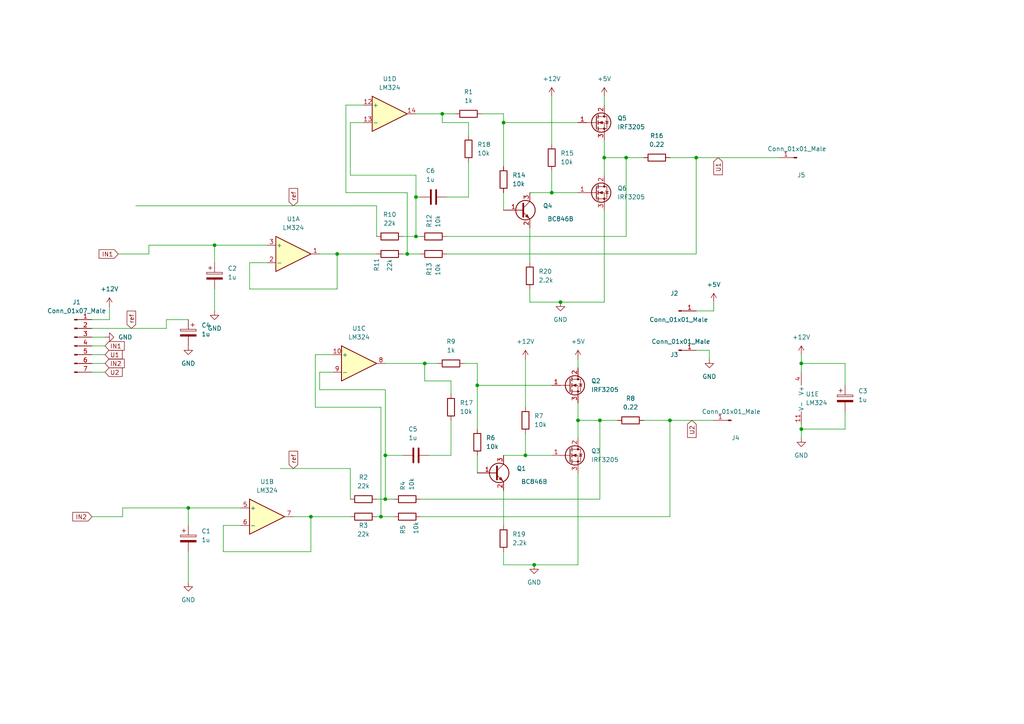
<source format=kicad_sch>
(kicad_sch (version 20211123) (generator eeschema)
  (paper "A4")
  (lib_symbols
    (symbol "Amplifier_Operational:LM324" (pin_names (offset 0.127))
      (property "Reference" "U" (at 0 5.08 0))
      (property "Value" "LM324" (at 0 -5.08 0))
      (symbol "LM324_1_1"
        (polyline (pts (xy -5.08 5.08) (xy 5.08 0) (xy -5.08 -5.08) (xy -5.08 5.08)) (stroke (width 0.254)) (fill (type background)))
        (pin output line (at 7.62 0 180) (length 2.54) (name "~") (number "1"))
        (pin input line (at -7.62 -2.54 0) (length 2.54) (name "-") (number "2"))
        (pin input line (at -7.62 2.54 0) (length 2.54) (name "+") (number "3"))
      )
      (symbol "LM324_2_1"
        (polyline (pts (xy -5.08 5.08) (xy 5.08 0) (xy -5.08 -5.08) (xy -5.08 5.08)) (stroke (width 0.254)) (fill (type background)))
        (pin input line (at -7.62 2.54 0) (length 2.54) (name "+") (number "5"))
        (pin input line (at -7.62 -2.54 0) (length 2.54) (name "-") (number "6"))
        (pin output line (at 7.62 0 180) (length 2.54) (name "~") (number "7"))
      )
      (symbol "LM324_3_1"
        (polyline (pts (xy -5.08 5.08) (xy 5.08 0) (xy -5.08 -5.08) (xy -5.08 5.08)) (stroke (width 0.254)) (fill (type background)))
        (pin input line (at -7.62 2.54 0) (length 2.54) (name "+") (number "10"))
        (pin output line (at 7.62 0 180) (length 2.54) (name "~") (number "8"))
        (pin input line (at -7.62 -2.54 0) (length 2.54) (name "-") (number "9"))
      )
      (symbol "LM324_4_1"
        (polyline (pts (xy -5.08 5.08) (xy 5.08 0) (xy -5.08 -5.08) (xy -5.08 5.08)) (stroke (width 0.254)) (fill (type background)))
        (pin input line (at -7.62 2.54 0) (length 2.54) (name "+") (number "12"))
        (pin input line (at -7.62 -2.54 0) (length 2.54) (name "-") (number "13"))
        (pin output line (at 7.62 0 180) (length 2.54) (name "~") (number "14"))
      )
      (symbol "LM324_5_1"
        (pin power_in line (at -2.54 -7.62 90) (length 3.81) (name "V-") (number "11"))
        (pin power_in line (at -2.54 7.62 270) (length 3.81) (name "V+") (number "4"))
      )
    )
    (symbol "Connector:Conn_01x01_Male" (pin_names (offset 1.016) hide)
      (property "Reference" "J" (at 0 2.54 0))
      (property "Value" "Conn_01x01_Male" (at 0 -2.54 0))
      (symbol "Conn_01x01_Male_1_1"
        (polyline (pts (xy 1.27 0) (xy 0.8636 0)) (stroke (width 0.1524)))
        (rectangle (start 0.8636 0.127) (end 0 -0.127) (stroke (width 0.1524)) (fill (type outline)))
        (pin passive line (at 5.08 0 180) (length 3.81) (name "Pin_1") (number "1"))
      )
    )
    (symbol "Connector:Conn_01x07_Male" (pin_names (offset 1.016) hide)
      (property "Reference" "J" (at 0 10.16 0))
      (property "Value" "Conn_01x07_Male" (at 0 -10.16 0))
      (symbol "Conn_01x07_Male_1_1"
        (polyline (pts (xy 1.27 -7.62) (xy 0.8636 -7.62)) (stroke (width 0.1524)))
        (polyline (pts (xy 1.27 -5.08) (xy 0.8636 -5.08)) (stroke (width 0.1524)))
        (polyline (pts (xy 1.27 -2.54) (xy 0.8636 -2.54)) (stroke (width 0.1524)))
        (polyline (pts (xy 1.27 0) (xy 0.8636 0)) (stroke (width 0.1524)))
        (polyline (pts (xy 1.27 2.54) (xy 0.8636 2.54)) (stroke (width 0.1524)))
        (polyline (pts (xy 1.27 5.08) (xy 0.8636 5.08)) (stroke (width 0.1524)))
        (polyline (pts (xy 1.27 7.62) (xy 0.8636 7.62)) (stroke (width 0.1524)))
        (rectangle (start 0.8636 -7.493) (end 0 -7.747) (stroke (width 0.1524)) (fill (type outline)))
        (rectangle (start 0.8636 -4.953) (end 0 -5.207) (stroke (width 0.1524)) (fill (type outline)))
        (rectangle (start 0.8636 -2.413) (end 0 -2.667) (stroke (width 0.1524)) (fill (type outline)))
        (rectangle (start 0.8636 0.127) (end 0 -0.127) (stroke (width 0.1524)) (fill (type outline)))
        (rectangle (start 0.8636 2.667) (end 0 2.413) (stroke (width 0.1524)) (fill (type outline)))
        (rectangle (start 0.8636 5.207) (end 0 4.953) (stroke (width 0.1524)) (fill (type outline)))
        (rectangle (start 0.8636 7.747) (end 0 7.493) (stroke (width 0.1524)) (fill (type outline)))
        (pin passive line (at 5.08 7.62 180) (length 3.81) (name "Pin_1") (number "1"))
        (pin passive line (at 5.08 5.08 180) (length 3.81) (name "Pin_2") (number "2"))
        (pin passive line (at 5.08 2.54 180) (length 3.81) (name "Pin_3") (number "3"))
        (pin passive line (at 5.08 0 180) (length 3.81) (name "Pin_4") (number "4"))
        (pin passive line (at 5.08 -2.54 180) (length 3.81) (name "Pin_5") (number "5"))
        (pin passive line (at 5.08 -5.08 180) (length 3.81) (name "Pin_6") (number "6"))
        (pin passive line (at 5.08 -7.62 180) (length 3.81) (name "Pin_7") (number "7"))
      )
    )
    (symbol "Device:C" (pin_numbers hide) (pin_names (offset 0.254))
      (property "Reference" "C" (at 0.635 2.54 0))
      (property "Value" "C" (at 0.635 -2.54 0))
      (symbol "C_0_1"
        (polyline (pts (xy -2.032 -0.762) (xy 2.032 -0.762)) (stroke (width 0.508)))
        (polyline (pts (xy -2.032 0.762) (xy 2.032 0.762)) (stroke (width 0.508)))
      )
      (symbol "C_1_1"
        (pin passive line (at 0 3.81 270) (length 2.794) (name "~") (number "1"))
        (pin passive line (at 0 -3.81 90) (length 2.794) (name "~") (number "2"))
      )
    )
    (symbol "Device:C_Polarized" (pin_numbers hide) (pin_names (offset 0.254))
      (property "Reference" "C" (at 0.635 2.54 0))
      (property "Value" "C_Polarized" (at 0.635 -2.54 0))
      (symbol "C_Polarized_0_1"
        (rectangle (start -2.286 0.508) (end 2.286 1.016))
        (polyline (pts (xy -1.778 2.286) (xy -0.762 2.286)))
        (polyline (pts (xy -1.27 2.794) (xy -1.27 1.778)))
        (rectangle (start 2.286 -0.508) (end -2.286 -1.016) (fill (type outline)))
      )
      (symbol "C_Polarized_1_1"
        (pin passive line (at 0 3.81 270) (length 2.794) (name "~") (number "1"))
        (pin passive line (at 0 -3.81 90) (length 2.794) (name "~") (number "2"))
      )
    )
    (symbol "Device:Q_NPN_BEC" (pin_names (offset 0) hide)
      (property "Reference" "Q" (at 5.08 1.27 0))
      (property "Value" "Q_NPN_BEC" (at 5.08 -1.27 0))
      (symbol "Q_NPN_BEC_0_1"
        (polyline (pts (xy 0.635 0.635) (xy 2.54 2.54)))
        (polyline (pts (xy 0.635 -0.635) (xy 2.54 -2.54) (xy 2.54 -2.54)))
        (polyline (pts (xy 0.635 1.905) (xy 0.635 -1.905) (xy 0.635 -1.905)) (stroke (width 0.508)))
        (polyline (pts (xy 1.27 -1.778) (xy 1.778 -1.27) (xy 2.286 -2.286) (xy 1.27 -1.778) (xy 1.27 -1.778)) (fill (type outline)))
        (circle (center 1.27 0) (radius 2.8194) (stroke (width 0.254)))
      )
      (symbol "Q_NPN_BEC_1_1"
        (pin input line (at -5.08 0 0) (length 5.715) (name "B") (number "1"))
        (pin passive line (at 2.54 -5.08 90) (length 2.54) (name "E") (number "2"))
        (pin passive line (at 2.54 5.08 270) (length 2.54) (name "C") (number "3"))
      )
    )
    (symbol "Device:R" (pin_numbers hide) (pin_names (offset 0))
      (property "Reference" "R" (at 2.032 0 90))
      (property "Value" "R" (at 0 0 90))
      (symbol "R_0_1"
        (rectangle (start -1.016 -2.54) (end 1.016 2.54) (stroke (width 0.254)))
      )
      (symbol "R_1_1"
        (pin passive line (at 0 3.81 270) (length 1.27) (name "~") (number "1"))
        (pin passive line (at 0 -3.81 90) (length 1.27) (name "~") (number "2"))
      )
    )
    (symbol "Transistor_FET:IRF3205" (pin_names hide)
      (property "Reference" "Q" (at 6.35 1.905 0))
      (property "Value" "IRF3205" (at 6.35 0 0))
      (symbol "IRF3205_0_1"
        (polyline (pts (xy 0.254 0) (xy -2.54 0)))
        (polyline (pts (xy 0.254 1.905) (xy 0.254 -1.905)) (stroke (width 0.254)))
        (polyline (pts (xy 0.762 -1.27) (xy 0.762 -2.286)) (stroke (width 0.254)))
        (polyline (pts (xy 0.762 0.508) (xy 0.762 -0.508)) (stroke (width 0.254)))
        (polyline (pts (xy 0.762 2.286) (xy 0.762 1.27)) (stroke (width 0.254)))
        (polyline (pts (xy 2.54 2.54) (xy 2.54 1.778)))
        (polyline (pts (xy 2.54 -2.54) (xy 2.54 0) (xy 0.762 0)))
        (polyline (pts (xy 0.762 -1.778) (xy 3.302 -1.778) (xy 3.302 1.778) (xy 0.762 1.778)))
        (polyline (pts (xy 1.016 0) (xy 2.032 0.381) (xy 2.032 -0.381) (xy 1.016 0)) (fill (type outline)))
        (polyline (pts (xy 2.794 0.508) (xy 2.921 0.381) (xy 3.683 0.381) (xy 3.81 0.254)))
        (polyline (pts (xy 3.302 0.381) (xy 2.921 -0.254) (xy 3.683 -0.254) (xy 3.302 0.381)))
        (circle (center 1.651 0) (radius 2.794) (stroke (width 0.254)))
        (circle (center 2.54 -1.778) (radius 0.254) (fill (type outline)))
        (circle (center 2.54 1.778) (radius 0.254) (fill (type outline)))
      )
      (symbol "IRF3205_1_1"
        (pin input line (at -5.08 0 0) (length 2.54) (name "G") (number "1"))
        (pin passive line (at 2.54 5.08 270) (length 2.54) (name "D") (number "2"))
        (pin passive line (at 2.54 -5.08 90) (length 2.54) (name "S") (number "3"))
      )
    )
    (symbol "power:+12V" (power) (pin_names (offset 0))
      (property "Value" "+12V" (at 0 3.556 0))
      (symbol "+12V_0_1"
        (polyline (pts (xy -0.762 1.27) (xy 0 2.54)))
        (polyline (pts (xy 0 0) (xy 0 2.54)))
        (polyline (pts (xy 0 2.54) (xy 0.762 1.27)))
      )
      (symbol "+12V_1_1"
        (pin power_in line (at 0 0 90) (length 0) hide (name "+12V") (number "1"))
      )
    )
    (symbol "power:+5V" (power) (pin_names (offset 0))
      (property "Value" "+5V" (at 0 3.556 0))
      (symbol "+5V_0_1"
        (polyline (pts (xy -0.762 1.27) (xy 0 2.54)))
        (polyline (pts (xy 0 0) (xy 0 2.54)))
        (polyline (pts (xy 0 2.54) (xy 0.762 1.27)))
      )
      (symbol "+5V_1_1"
        (pin power_in line (at 0 0 90) (length 0) hide (name "+5V") (number "1"))
      )
    )
    (symbol "power:GND" (power) (pin_names (offset 0))
      (property "Value" "GND" (at 0 -3.81 0))
      (symbol "GND_0_1"
        (polyline (pts (xy 0 0) (xy 0 -1.27) (xy 1.27 -1.27) (xy 0 -2.54) (xy -1.27 -1.27) (xy 0 -1.27)))
      )
      (symbol "GND_1_1"
        (pin power_in line (at 0 0 270) (length 0) hide (name "GND") (number "1"))
      )
    )
  )
  (junction (at 118.11 73.66))
  (junction (at 175.26 45.72))
  (junction (at 232.41 124.46))
  (junction (at 90.17 149.86))
  (junction (at 123.19 105.41))
  (junction (at 110.49 149.86))
  (junction (at 160.02 55.88))
  (junction (at 152.4 132.08))
  (junction (at 167.64 121.92))
  (junction (at 138.43 111.76))
  (junction (at 97.79 73.66))
  (junction (at 201.93 45.72))
  (junction (at 173.99 121.92))
  (junction (at 194.31 121.92))
  (junction (at 62.23 71.12))
  (junction (at 54.61 147.32))
  (junction (at 111.76 144.78))
  (junction (at 154.94 163.83))
  (junction (at 181.61 45.72))
  (junction (at 120.65 68.58))
  (junction (at 232.41 105.41))
  (junction (at 120.65 57.15))
  (junction (at 128.27 33.02))
  (junction (at 146.05 35.56))
  (junction (at 162.56 87.63))
  (junction (at 111.76 132.08))
  (wire (pts (xy 123.19 105.41) (xy 127 105.41)))
  (wire (pts (xy 48.26 92.71) (xy 48.26 95.25)))
  (wire (pts (xy 101.6 50.8) (xy 101.6 35.56)))
  (wire (pts (xy 194.31 45.72) (xy 201.93 45.72)))
  (wire (pts (xy 146.05 55.88) (xy 146.05 60.96)))
  (wire (pts (xy 153.67 66.04) (xy 153.67 76.2)))
  (wire (pts (xy 111.76 113.03) (xy 111.76 132.08)))
  (wire (pts (xy 54.61 160.02) (xy 54.61 168.91)))
  (wire (pts (xy 194.31 121.92) (xy 194.31 149.86)))
  (wire (pts (xy 85.09 149.86) (xy 90.17 149.86)))
  (wire (pts (xy 120.65 50.8) (xy 101.6 50.8)))
  (wire (pts (xy 245.11 119.38) (xy 245.11 124.46)))
  (wire (pts (xy 72.39 83.82) (xy 97.79 83.82)))
  (wire (pts (xy 160.02 55.88) (xy 167.64 55.88)))
  (wire (pts (xy 194.31 121.92) (xy 207.01 121.92)))
  (wire (pts (xy 173.99 121.92) (xy 179.07 121.92)))
  (wire (pts (xy 81.28 135.89) (xy 101.6 135.89)))
  (wire (pts (xy 26.67 100.33) (xy 30.48 100.33)))
  (wire (pts (xy 64.77 152.4) (xy 64.77 160.02)))
  (wire (pts (xy 26.67 102.87) (xy 30.48 102.87)))
  (wire (pts (xy 181.61 45.72) (xy 186.69 45.72)))
  (wire (pts (xy 121.92 144.78) (xy 173.99 144.78)))
  (wire (pts (xy 146.05 35.56) (xy 146.05 48.26)))
  (wire (pts (xy 138.43 132.08) (xy 138.43 137.16)))
  (wire (pts (xy 123.19 110.49) (xy 130.81 110.49)))
  (wire (pts (xy 194.31 149.86) (xy 121.92 149.86)))
  (wire (pts (xy 146.05 33.02) (xy 146.05 35.56)))
  (wire (pts (xy 153.67 87.63) (xy 162.56 87.63)))
  (wire (pts (xy 167.64 116.84) (xy 167.64 121.92)))
  (wire (pts (xy 138.43 111.76) (xy 138.43 124.46)))
  (wire (pts (xy 92.71 113.03) (xy 92.71 107.95)))
  (wire (pts (xy 175.26 45.72) (xy 175.26 50.8)))
  (wire (pts (xy 62.23 71.12) (xy 77.47 71.12)))
  (wire (pts (xy 97.79 83.82) (xy 97.79 73.66)))
  (wire (pts (xy 101.6 35.56) (xy 105.41 35.56)))
  (wire (pts (xy 129.54 57.15) (xy 135.89 57.15)))
  (wire (pts (xy 101.6 135.89) (xy 101.6 144.78)))
  (wire (pts (xy 54.61 152.4) (xy 54.61 147.32)))
  (wire (pts (xy 130.81 110.49) (xy 130.81 114.3)))
  (wire (pts (xy 139.7 33.02) (xy 146.05 33.02)))
  (wire (pts (xy 146.05 142.24) (xy 146.05 152.4)))
  (wire (pts (xy 121.92 57.15) (xy 120.65 57.15)))
  (wire (pts (xy 205.74 101.6) (xy 201.93 101.6)))
  (wire (pts (xy 110.49 118.11) (xy 110.49 149.86)))
  (wire (pts (xy 92.71 107.95) (xy 96.52 107.95)))
  (wire (pts (xy 97.79 73.66) (xy 109.22 73.66)))
  (wire (pts (xy 120.65 68.58) (xy 121.92 68.58)))
  (wire (pts (xy 160.02 27.94) (xy 160.02 41.91)))
  (wire (pts (xy 153.67 83.82) (xy 153.67 87.63)))
  (wire (pts (xy 62.23 83.82) (xy 62.23 90.17)))
  (wire (pts (xy 43.18 73.66) (xy 34.29 73.66)))
  (wire (pts (xy 39.37 59.69) (xy 109.22 59.69)))
  (wire (pts (xy 138.43 105.41) (xy 138.43 111.76)))
  (wire (pts (xy 111.76 132.08) (xy 116.84 132.08)))
  (wire (pts (xy 153.67 55.88) (xy 160.02 55.88)))
  (wire (pts (xy 64.77 160.02) (xy 90.17 160.02)))
  (wire (pts (xy 201.93 45.72) (xy 226.06 45.72)))
  (wire (pts (xy 116.84 68.58) (xy 120.65 68.58)))
  (wire (pts (xy 111.76 105.41) (xy 123.19 105.41)))
  (wire (pts (xy 77.47 76.2) (xy 72.39 76.2)))
  (wire (pts (xy 232.41 105.41) (xy 232.41 107.95)))
  (wire (pts (xy 201.93 90.17) (xy 207.01 90.17)))
  (wire (pts (xy 186.69 121.92) (xy 194.31 121.92)))
  (wire (pts (xy 167.64 121.92) (xy 167.64 127)))
  (wire (pts (xy 26.67 97.79) (xy 30.48 97.79)))
  (wire (pts (xy 124.46 132.08) (xy 130.81 132.08)))
  (wire (pts (xy 43.18 71.12) (xy 43.18 73.66)))
  (wire (pts (xy 207.01 90.17) (xy 207.01 87.63)))
  (wire (pts (xy 54.61 147.32) (xy 69.85 147.32)))
  (wire (pts (xy 134.62 105.41) (xy 138.43 105.41)))
  (wire (pts (xy 26.67 95.25) (xy 48.26 95.25)))
  (wire (pts (xy 152.4 104.14) (xy 152.4 118.11)))
  (wire (pts (xy 120.65 33.02) (xy 128.27 33.02)))
  (wire (pts (xy 90.17 149.86) (xy 101.6 149.86)))
  (wire (pts (xy 232.41 105.41) (xy 245.11 105.41)))
  (wire (pts (xy 35.56 147.32) (xy 54.61 147.32)))
  (wire (pts (xy 26.67 105.41) (xy 30.48 105.41)))
  (wire (pts (xy 35.56 147.32) (xy 35.56 149.86)))
  (wire (pts (xy 232.41 124.46) (xy 232.41 127)))
  (wire (pts (xy 146.05 163.83) (xy 154.94 163.83)))
  (wire (pts (xy 167.64 35.56) (xy 146.05 35.56)))
  (wire (pts (xy 90.17 160.02) (xy 90.17 149.86)))
  (wire (pts (xy 91.44 102.87) (xy 91.44 118.11)))
  (wire (pts (xy 167.64 163.83) (xy 167.64 137.16)))
  (wire (pts (xy 96.52 102.87) (xy 91.44 102.87)))
  (wire (pts (xy 123.19 105.41) (xy 123.19 110.49)))
  (wire (pts (xy 105.41 30.48) (xy 100.33 30.48)))
  (wire (pts (xy 111.76 132.08) (xy 111.76 144.78)))
  (wire (pts (xy 62.23 76.2) (xy 62.23 71.12)))
  (wire (pts (xy 111.76 144.78) (xy 114.3 144.78)))
  (wire (pts (xy 162.56 87.63) (xy 175.26 87.63)))
  (wire (pts (xy 135.89 46.99) (xy 135.89 57.15)))
  (wire (pts (xy 160.02 111.76) (xy 138.43 111.76)))
  (wire (pts (xy 54.61 92.71) (xy 48.26 92.71)))
  (wire (pts (xy 173.99 144.78) (xy 173.99 121.92)))
  (wire (pts (xy 160.02 49.53) (xy 160.02 55.88)))
  (wire (pts (xy 120.65 57.15) (xy 120.65 50.8)))
  (wire (pts (xy 245.11 105.41) (xy 245.11 111.76)))
  (wire (pts (xy 35.56 149.86) (xy 26.67 149.86)))
  (wire (pts (xy 128.27 35.56) (xy 135.89 35.56)))
  (wire (pts (xy 69.85 152.4) (xy 64.77 152.4)))
  (wire (pts (xy 120.65 68.58) (xy 120.65 57.15)))
  (wire (pts (xy 167.64 121.92) (xy 173.99 121.92)))
  (wire (pts (xy 118.11 55.88) (xy 118.11 73.66)))
  (wire (pts (xy 245.11 124.46) (xy 232.41 124.46)))
  (wire (pts (xy 175.26 40.64) (xy 175.26 45.72)))
  (wire (pts (xy 175.26 45.72) (xy 181.61 45.72)))
  (wire (pts (xy 92.71 73.66) (xy 97.79 73.66)))
  (wire (pts (xy 116.84 73.66) (xy 118.11 73.66)))
  (wire (pts (xy 232.41 123.19) (xy 232.41 124.46)))
  (wire (pts (xy 100.33 30.48) (xy 100.33 55.88)))
  (wire (pts (xy 205.74 104.14) (xy 205.74 101.6)))
  (wire (pts (xy 146.05 160.02) (xy 146.05 163.83)))
  (wire (pts (xy 167.64 104.14) (xy 167.64 106.68)))
  (wire (pts (xy 109.22 144.78) (xy 111.76 144.78)))
  (wire (pts (xy 128.27 33.02) (xy 132.08 33.02)))
  (wire (pts (xy 181.61 68.58) (xy 181.61 45.72)))
  (wire (pts (xy 152.4 125.73) (xy 152.4 132.08)))
  (wire (pts (xy 129.54 68.58) (xy 181.61 68.58)))
  (wire (pts (xy 130.81 121.92) (xy 130.81 132.08)))
  (wire (pts (xy 175.26 27.94) (xy 175.26 30.48)))
  (wire (pts (xy 111.76 113.03) (xy 92.71 113.03)))
  (wire (pts (xy 26.67 92.71) (xy 31.75 92.71)))
  (wire (pts (xy 26.67 107.95) (xy 30.48 107.95)))
  (wire (pts (xy 201.93 73.66) (xy 129.54 73.66)))
  (wire (pts (xy 91.44 118.11) (xy 110.49 118.11)))
  (wire (pts (xy 146.05 132.08) (xy 152.4 132.08)))
  (wire (pts (xy 201.93 45.72) (xy 201.93 73.66)))
  (wire (pts (xy 232.41 102.87) (xy 232.41 105.41)))
  (wire (pts (xy 31.75 88.9) (xy 31.75 92.71)))
  (wire (pts (xy 43.18 71.12) (xy 62.23 71.12)))
  (wire (pts (xy 128.27 33.02) (xy 128.27 35.56)))
  (wire (pts (xy 175.26 87.63) (xy 175.26 60.96)))
  (wire (pts (xy 118.11 73.66) (xy 121.92 73.66)))
  (wire (pts (xy 135.89 35.56) (xy 135.89 39.37)))
  (wire (pts (xy 152.4 132.08) (xy 160.02 132.08)))
  (wire (pts (xy 72.39 76.2) (xy 72.39 83.82)))
  (wire (pts (xy 110.49 149.86) (xy 114.3 149.86)))
  (wire (pts (xy 109.22 149.86) (xy 110.49 149.86)))
  (wire (pts (xy 100.33 55.88) (xy 118.11 55.88)))
  (wire (pts (xy 154.94 163.83) (xy 167.64 163.83)))
  (wire (pts (xy 109.22 59.69) (xy 109.22 68.58)))
  (global_label "U1" (shape input) (at 30.48 102.87 0) (property "Intersheet References" "${INTERSHEET_REFS}" (effects hide)))
  (global_label "ref" (shape input) (at 85.09 59.69 90) (property "Intersheet References" "${INTERSHEET_REFS}" (effects hide)))
  (global_label "ref" (shape input) (at 38.1 95.25 90) (property "Intersheet References" "${INTERSHEET_REFS}" (effects hide)))
  (global_label "IN2" (shape input) (at 26.67 149.86 180) (property "Intersheet References" "${INTERSHEET_REFS}" (effects hide)))
  (global_label "IN1" (shape input) (at 30.48 100.33 0) (property "Intersheet References" "${INTERSHEET_REFS}" (effects hide)))
  (global_label "U2" (shape input) (at 30.48 107.95 0) (property "Intersheet References" "${INTERSHEET_REFS}" (effects hide)))
  (global_label "ref" (shape input) (at 85.09 135.89 90) (property "Intersheet References" "${INTERSHEET_REFS}" (effects hide)))
  (global_label "U2" (shape input) (at 200.66 121.92 270) (property "Intersheet References" "${INTERSHEET_REFS}" (effects hide)))
  (global_label "U1" (shape input) (at 208.28 45.72 270) (property "Intersheet References" "${INTERSHEET_REFS}" (effects hide)))
  (global_label "IN2" (shape input) (at 30.48 105.41 0) (property "Intersheet References" "${INTERSHEET_REFS}" (effects hide)))
  (global_label "IN1" (shape input) (at 34.29 73.66 180) (property "Intersheet References" "${INTERSHEET_REFS}" (effects hide)))
  (symbol (lib_id "power:+5V") (at 167.64 104.14 0) (unit 1)
    (property "Reference" "#PWR04" (effects hide))
    (property "Value" "+5V" (at 167.64 99.06 0))
  )
  (symbol (lib_id "Device:R") (at 130.81 118.11 0) (unit 1)
    (property "Reference" "R17" (at 133.35 116.8399 0) (effects (justify left)))
    (property "Value" "10k" (at 133.35 119.3799 0) (effects (justify left)))
    (property "Footprint" "Resistor_SMD:R_1206_3216Metric" (effects hide))
  )
  (symbol (lib_id "Device:C_Polarized") (at 54.61 96.52 0) (mirror y) (unit 1)
    (property "Reference" "C4" (at 58.42 94.3609 0) (effects (justify right)))
    (property "Value" "1u" (at 58.42 96.9009 0) (effects (justify right)))
    (property "Footprint" "Capacitor_SMD:C_0603_1608Metric" (effects hide))
  )
  (symbol (lib_id "Device:R") (at 135.89 33.02 270) (unit 1)
    (property "Reference" "R1" (at 135.89 26.67 90))
    (property "Value" "1k" (at 135.89 29.21 90))
    (property "Footprint" "Resistor_SMD:R_1206_3216Metric" (effects hide))
  )
  (symbol (lib_id "Connector:Conn_01x01_Male") (at 212.09 121.92 180) (unit 1)
    (property "Reference" "J4" (at 213.36 127 0))
    (property "Value" "Conn_01x01_Male" (at 212.09 119.38 0))
    (property "Footprint" "Connector_Pin:Pin_D1.3mm_L11.0mm" (effects hide))
  )
  (symbol (lib_id "Transistor_FET:IRF3205") (at 172.72 35.56 0) (unit 1)
    (property "Reference" "Q5" (at 179.07 34.2899 0) (effects (justify left)))
    (property "Value" "IRF3205" (at 179.07 36.8299 0) (effects (justify left)))
    (property "Footprint" "Package_TO_SOT_THT:TO-220-3_Vertical" (effects hide))
    (property "Datasheet" "http://www.irf.com/product-info/datasheets/data/irf3205.pdf" (effects hide))
  )
  (symbol (lib_id "Device:R") (at 113.03 73.66 90) (unit 1)
    (property "Reference" "R11" (at 109.22 78.74 0) (effects (justify left)))
    (property "Value" "22k" (at 113.03 78.74 0) (effects (justify left)))
    (property "Footprint" "Resistor_SMD:R_1206_3216Metric" (effects hide))
  )
  (symbol (lib_id "Connector:Conn_01x01_Male") (at 196.85 90.17 0) (unit 1)
    (property "Reference" "J2" (at 195.58 85.09 0))
    (property "Value" "Conn_01x01_Male" (at 196.85 92.71 0))
    (property "Footprint" "Connector_Pin:Pin_D1.3mm_L11.0mm" (effects hide))
  )
  (symbol (lib_id "power:GND") (at 54.61 168.91 0) (unit 1)
    (property "Reference" "#PWR01" (effects hide))
    (property "Value" "GND" (at 54.61 173.99 0))
  )
  (symbol (lib_id "Device:R") (at 146.05 156.21 180) (unit 1)
    (property "Reference" "R19" (at 148.59 154.9399 0) (effects (justify right)))
    (property "Value" "2.2k" (at 148.59 157.4799 0) (effects (justify right)))
    (property "Footprint" "Resistor_SMD:R_1206_3216Metric" (effects hide))
  )
  (symbol (lib_id "Device:R") (at 152.4 121.92 180) (unit 1)
    (property "Reference" "R7" (at 154.94 120.6499 0) (effects (justify right)))
    (property "Value" "10k" (at 154.94 123.1899 0) (effects (justify right)))
    (property "Footprint" "Resistor_SMD:R_1206_3216Metric" (effects hide))
  )
  (symbol (lib_id "power:+12V") (at 152.4 104.14 0) (unit 1)
    (property "Reference" "#PWR02" (effects hide))
    (property "Value" "+12V" (at 152.4 99.06 0))
  )
  (symbol (lib_id "Connector:Conn_01x01_Male") (at 196.85 101.6 0) (unit 1)
    (property "Reference" "J3" (at 195.58 102.87 0))
    (property "Value" "Conn_01x01_Male" (at 197.485 99.06 0))
    (property "Footprint" "Connector_Pin:Pin_D1.3mm_L11.0mm" (effects hide))
  )
  (symbol (lib_id "power:+12V") (at 31.75 88.9 0) (unit 1)
    (property "Reference" "#PWR0104" (effects hide))
    (property "Value" "+12V" (at 31.75 83.82 0))
  )
  (symbol (lib_id "Connector:Conn_01x07_Male") (at 21.59 100.33 0) (unit 1)
    (property "Reference" "J1" (at 22.225 87.63 0))
    (property "Value" "Conn_01x07_Male" (at 22.225 90.17 0))
    (property "Footprint" "Connector_PinHeader_2.54mm:PinHeader_1x07_P2.54mm_Vertical" (effects hide))
  )
  (symbol (lib_id "Device:Q_NPN_BEC") (at 143.51 137.16 0) (unit 1)
    (property "Reference" "Q1" (at 149.86 135.89 0) (effects (justify left)))
    (property "Value" "BC846B" (at 151.13 139.7 0) (effects (justify left)))
    (property "Footprint" "Package_TO_SOT_SMD:SOT-23" (effects hide))
  )
  (symbol (lib_id "Device:R") (at 105.41 144.78 90) (unit 1)
    (property "Reference" "R2" (at 105.41 138.43 90))
    (property "Value" "22k" (at 105.41 140.97 90))
    (property "Footprint" "Resistor_SMD:R_1206_3216Metric" (effects hide))
  )
  (symbol (lib_id "Device:R") (at 130.81 105.41 270) (unit 1)
    (property "Reference" "R9" (at 130.81 99.06 90))
    (property "Value" "1k" (at 130.81 101.6 90))
    (property "Footprint" "Resistor_SMD:R_1206_3216Metric" (effects hide))
  )
  (symbol (lib_id "Device:C") (at 120.65 132.08 90) (unit 1)
    (property "Reference" "C5" (at 119.761 124.46 90))
    (property "Value" "1u" (at 119.761 127 90))
    (property "Footprint" "Capacitor_SMD:C_0603_1608Metric" (effects hide))
  )
  (symbol (lib_id "Amplifier_Operational:LM324") (at 104.14 105.41 0) (unit 3)
    (property "Reference" "U1" (at 104.14 95.25 0))
    (property "Value" "LM324" (at 104.14 97.79 0))
    (property "Footprint" "Package_SO:SOIC-14_3.9x8.7mm_P1.27mm" (effects hide))
    (property "Datasheet" "http://www.ti.com/lit/ds/symlink/lm2902-n.pdf" (effects hide))
  )
  (symbol (lib_id "Device:C") (at 125.73 57.15 90) (unit 1)
    (property "Reference" "C6" (at 124.841 49.53 90))
    (property "Value" "1u" (at 124.841 52.07 90))
    (property "Footprint" "Capacitor_SMD:C_0603_1608Metric" (effects hide))
  )
  (symbol (lib_id "Device:R") (at 135.89 43.18 0) (unit 1)
    (property "Reference" "R18" (at 138.43 41.9099 0) (effects (justify left)))
    (property "Value" "10k" (at 138.43 44.4499 0) (effects (justify left)))
    (property "Footprint" "Resistor_SMD:R_1206_3216Metric" (effects hide))
  )
  (symbol (lib_id "Amplifier_Operational:LM324") (at 77.47 149.86 0) (unit 2)
    (property "Reference" "U1" (at 77.47 139.7 0))
    (property "Value" "LM324" (at 77.47 142.24 0))
    (property "Footprint" "Package_SO:SOIC-14_3.9x8.7mm_P1.27mm" (effects hide))
    (property "Datasheet" "http://www.ti.com/lit/ds/symlink/lm2902-n.pdf" (effects hide))
  )
  (symbol (lib_id "Device:R") (at 125.73 68.58 90) (unit 1)
    (property "Reference" "R12" (at 124.4599 66.04 0) (effects (justify left)))
    (property "Value" "10k" (at 126.9999 66.04 0) (effects (justify left)))
    (property "Footprint" "Resistor_SMD:R_1206_3216Metric" (effects hide))
  )
  (symbol (lib_id "power:+5V") (at 207.01 87.63 0) (unit 1)
    (property "Reference" "#PWR0102" (effects hide))
    (property "Value" "+5V" (at 207.01 82.55 0))
  )
  (symbol (lib_id "power:+5V") (at 175.26 27.94 0) (unit 1)
    (property "Reference" "#PWR010" (effects hide))
    (property "Value" "+5V" (at 175.26 22.86 0))
  )
  (symbol (lib_id "Connector:Conn_01x01_Male") (at 231.14 45.72 180) (unit 1)
    (property "Reference" "J5" (at 232.41 50.8 0))
    (property "Value" "Conn_01x01_Male" (at 231.14 43.18 0))
    (property "Footprint" "Connector_Pin:Pin_D1.3mm_L11.0mm" (effects hide))
  )
  (symbol (lib_id "power:GND") (at 30.48 97.79 90) (unit 1)
    (property "Reference" "#PWR0105" (effects hide))
    (property "Value" "GND" (at 34.29 97.7899 90) (effects (justify right)))
  )
  (symbol (lib_id "power:GND") (at 154.94 163.83 0) (unit 1)
    (property "Reference" "#PWR03" (effects hide))
    (property "Value" "GND" (at 154.94 168.91 0))
  )
  (symbol (lib_id "Transistor_FET:IRF3205") (at 165.1 132.08 0) (unit 1)
    (property "Reference" "Q3" (at 171.45 130.8099 0) (effects (justify left)))
    (property "Value" "IRF3205" (at 171.45 133.3499 0) (effects (justify left)))
    (property "Footprint" "Package_TO_SOT_THT:TO-220-3_Vertical" (effects hide))
    (property "Datasheet" "http://www.irf.com/product-info/datasheets/data/irf3205.pdf" (effects hide))
  )
  (symbol (lib_id "power:+12V") (at 160.02 27.94 0) (unit 1)
    (property "Reference" "#PWR08" (effects hide))
    (property "Value" "+12V" (at 160.02 22.86 0))
  )
  (symbol (lib_id "Device:R") (at 118.11 144.78 90) (unit 1)
    (property "Reference" "R4" (at 116.8399 142.24 0) (effects (justify left)))
    (property "Value" "10k" (at 119.3799 142.24 0) (effects (justify left)))
    (property "Footprint" "Resistor_SMD:R_1206_3216Metric" (effects hide))
  )
  (symbol (lib_id "Transistor_FET:IRF3205") (at 165.1 111.76 0) (unit 1)
    (property "Reference" "Q2" (at 171.45 110.4899 0) (effects (justify left)))
    (property "Value" "IRF3205" (at 171.45 113.0299 0) (effects (justify left)))
    (property "Footprint" "Package_TO_SOT_THT:TO-220-3_Vertical" (effects hide))
    (property "Datasheet" "http://www.irf.com/product-info/datasheets/data/irf3205.pdf" (effects hide))
  )
  (symbol (lib_id "power:+12V") (at 232.41 102.87 0) (unit 1)
    (property "Reference" "#PWR05" (effects hide))
    (property "Value" "+12V" (at 232.41 97.79 0))
  )
  (symbol (lib_id "Device:C_Polarized") (at 54.61 156.21 0) (unit 1)
    (property "Reference" "C1" (at 58.42 154.0509 0) (effects (justify left)))
    (property "Value" "1u" (at 58.42 156.5909 0) (effects (justify left)))
    (property "Footprint" "Capacitor_SMD:C_0603_1608Metric" (effects hide))
  )
  (symbol (lib_id "Device:R") (at 138.43 128.27 180) (unit 1)
    (property "Reference" "R6" (at 140.97 126.9999 0) (effects (justify right)))
    (property "Value" "10k" (at 140.97 129.5399 0) (effects (justify right)))
    (property "Footprint" "Resistor_SMD:R_1206_3216Metric" (effects hide))
  )
  (symbol (lib_id "power:GND") (at 54.61 100.33 0) (unit 1)
    (property "Reference" "#PWR0103" (effects hide))
    (property "Value" "GND" (at 54.61 105.41 0))
  )
  (symbol (lib_id "Device:R") (at 146.05 52.07 180) (unit 1)
    (property "Reference" "R14" (at 148.59 50.7999 0) (effects (justify right)))
    (property "Value" "10k" (at 148.59 53.3399 0) (effects (justify right)))
    (property "Footprint" "Resistor_SMD:R_1206_3216Metric" (effects hide))
  )
  (symbol (lib_id "Device:R") (at 113.03 68.58 90) (unit 1)
    (property "Reference" "R10" (at 113.03 62.23 90))
    (property "Value" "22k" (at 113.03 64.77 90))
    (property "Footprint" "Resistor_SMD:R_1206_3216Metric" (effects hide))
  )
  (symbol (lib_id "power:GND") (at 205.74 104.14 0) (unit 1)
    (property "Reference" "#PWR0101" (effects hide))
    (property "Value" "GND" (at 205.74 109.22 0))
  )
  (symbol (lib_id "Amplifier_Operational:LM324") (at 113.03 33.02 0) (unit 4)
    (property "Reference" "U1" (at 113.03 22.86 0))
    (property "Value" "LM324" (at 113.03 25.4 0))
    (property "Footprint" "Package_SO:SOIC-14_3.9x8.7mm_P1.27mm" (effects hide))
    (property "Datasheet" "http://www.ti.com/lit/ds/symlink/lm2902-n.pdf" (effects hide))
  )
  (symbol (lib_id "power:GND") (at 232.41 127 0) (unit 1)
    (property "Reference" "#PWR06" (effects hide))
    (property "Value" "GND" (at 232.41 132.08 0))
  )
  (symbol (lib_id "Device:R") (at 105.41 149.86 90) (unit 1)
    (property "Reference" "R3" (at 105.41 152.4 90))
    (property "Value" "22k" (at 105.41 154.94 90))
    (property "Footprint" "Resistor_SMD:R_1206_3216Metric" (effects hide))
  )
  (symbol (lib_id "Device:R") (at 125.73 73.66 90) (unit 1)
    (property "Reference" "R13" (at 124.46 80.01 0) (effects (justify left)))
    (property "Value" "10k" (at 127 80.01 0) (effects (justify left)))
    (property "Footprint" "Resistor_SMD:R_1206_3216Metric" (effects hide))
  )
  (symbol (lib_id "power:GND") (at 162.56 87.63 0) (unit 1)
    (property "Reference" "#PWR09" (effects hide))
    (property "Value" "GND" (at 162.56 92.71 0))
  )
  (symbol (lib_id "Device:R") (at 182.88 121.92 90) (unit 1)
    (property "Reference" "R8" (at 182.88 115.57 90))
    (property "Value" "0.22" (at 182.88 118.11 90))
    (property "Footprint" "Resistor_THT:R_Axial_DIN0614_L14.3mm_D5.7mm_P20.32mm_Horizontal" (effects hide))
  )
  (symbol (lib_id "Device:C_Polarized") (at 245.11 115.57 0) (unit 1)
    (property "Reference" "C3" (at 248.92 113.4109 0) (effects (justify left)))
    (property "Value" "1u" (at 248.92 115.9509 0) (effects (justify left)))
    (property "Footprint" "Capacitor_SMD:C_0603_1608Metric" (effects hide))
  )
  (symbol (lib_id "Amplifier_Operational:LM324") (at 234.95 115.57 0) (unit 5)
    (property "Reference" "U1" (at 233.68 114.2999 0) (effects (justify left)))
    (property "Value" "LM324" (at 233.68 116.8399 0) (effects (justify left)))
    (property "Footprint" "Package_SO:SOIC-14_3.9x8.7mm_P1.27mm" (effects hide))
    (property "Datasheet" "http://www.ti.com/lit/ds/symlink/lm2902-n.pdf" (effects hide))
  )
  (symbol (lib_id "Transistor_FET:IRF3205") (at 172.72 55.88 0) (unit 1)
    (property "Reference" "Q6" (at 179.07 54.6099 0) (effects (justify left)))
    (property "Value" "IRF3205" (at 179.07 57.1499 0) (effects (justify left)))
    (property "Footprint" "Package_TO_SOT_THT:TO-220-3_Vertical" (effects hide))
    (property "Datasheet" "http://www.irf.com/product-info/datasheets/data/irf3205.pdf" (effects hide))
  )
  (symbol (lib_id "Device:R") (at 153.67 80.01 180) (unit 1)
    (property "Reference" "R20" (at 156.21 78.7399 0) (effects (justify right)))
    (property "Value" "2.2k" (at 156.21 81.2799 0) (effects (justify right)))
    (property "Footprint" "Resistor_SMD:R_1206_3216Metric" (effects hide))
  )
  (symbol (lib_id "Device:R") (at 118.11 149.86 90) (unit 1)
    (property "Reference" "R5" (at 116.84 154.94 0) (effects (justify left)))
    (property "Value" "10k" (at 120.65 154.94 0) (effects (justify left)))
    (property "Footprint" "Resistor_SMD:R_1206_3216Metric" (effects hide))
  )
  (symbol (lib_id "power:GND") (at 62.23 90.17 0) (unit 1)
    (property "Reference" "#PWR07" (effects hide))
    (property "Value" "GND" (at 62.23 95.25 0))
  )
  (symbol (lib_id "Device:R") (at 190.5 45.72 90) (unit 1)
    (property "Reference" "R16" (at 190.5 39.37 90))
    (property "Value" "0.22" (at 190.5 41.91 90))
    (property "Footprint" "Resistor_THT:R_Axial_DIN0614_L14.3mm_D5.7mm_P20.32mm_Horizontal" (effects hide))
  )
  (symbol (lib_id "Amplifier_Operational:LM324") (at 85.09 73.66 0) (unit 1)
    (property "Reference" "U1" (at 85.09 63.5 0))
    (property "Value" "LM324" (at 85.09 66.04 0))
    (property "Footprint" "Package_SO:SOIC-14_3.9x8.7mm_P1.27mm" (effects hide))
    (property "Datasheet" "http://www.ti.com/lit/ds/symlink/lm2902-n.pdf" (effects hide))
  )
  (symbol (lib_id "Device:Q_NPN_BEC") (at 151.13 60.96 0) (unit 1)
    (property "Reference" "Q4" (at 157.48 59.69 0) (effects (justify left)))
    (property "Value" "BC846B" (at 158.75 63.5 0) (effects (justify left)))
    (property "Footprint" "Package_TO_SOT_SMD:SOT-23" (effects hide))
  )
  (symbol (lib_id "Device:C_Polarized") (at 62.23 80.01 0) (unit 1)
    (property "Reference" "C2" (at 66.04 77.8509 0) (effects (justify left)))
    (property "Value" "1u" (at 66.04 80.3909 0) (effects (justify left)))
    (property "Footprint" "Capacitor_SMD:C_0603_1608Metric" (effects hide))
  )
  (symbol (lib_id "Device:R") (at 160.02 45.72 180) (unit 1)
    (property "Reference" "R15" (at 162.56 44.4499 0) (effects (justify right)))
    (property "Value" "10k" (at 162.56 46.9899 0) (effects (justify right)))
    (property "Footprint" "Resistor_SMD:R_1206_3216Metric" (effects hide))
  )
)
</source>
